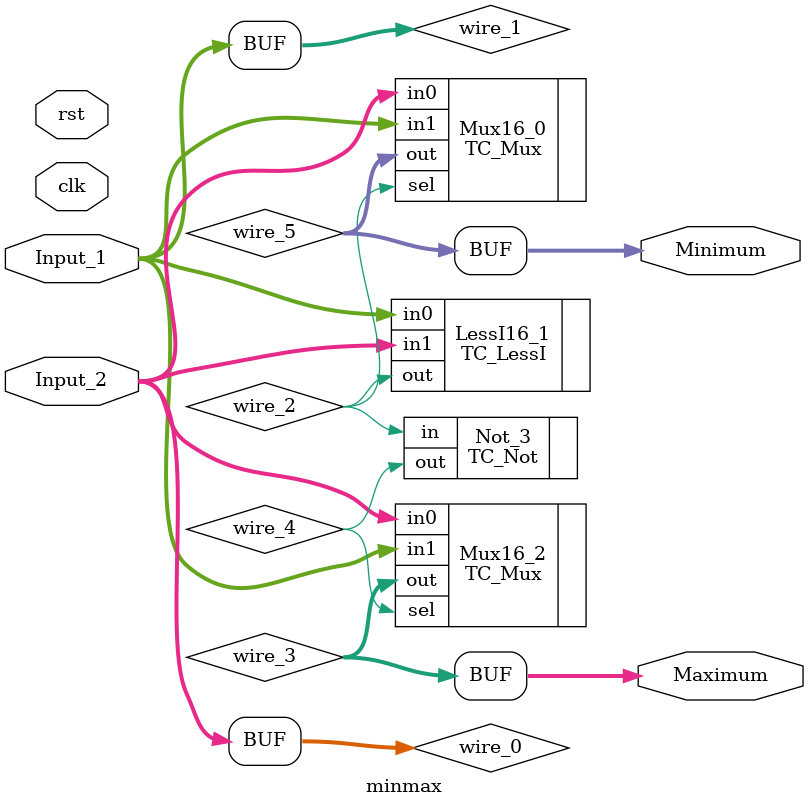
<source format=v>
module minmax (clk, rst, Input_1, Input_2, Minimum, Maximum);
  parameter UUID = 0;
  parameter NAME = "";
  input wire clk;
  input wire rst;

  input  wire [15:0] Input_1;
  input  wire [15:0] Input_2;
  output  wire [15:0] Minimum;
  output  wire [15:0] Maximum;

  TC_Mux # (.UUID(64'd2469713993924360560 ^ UUID), .BIT_WIDTH(64'd16)) Mux16_0 (.sel(wire_2), .in0(wire_0), .in1(wire_1), .out(wire_5));
  TC_LessI # (.UUID(64'd3464757118785046839 ^ UUID), .BIT_WIDTH(64'd16)) LessI16_1 (.in0(wire_1), .in1(wire_0), .out(wire_2));
  TC_Mux # (.UUID(64'd506182523157066850 ^ UUID), .BIT_WIDTH(64'd16)) Mux16_2 (.sel(wire_4), .in0(wire_0), .in1(wire_1), .out(wire_3));
  TC_Not # (.UUID(64'd4161695322833104336 ^ UUID), .BIT_WIDTH(64'd1)) Not_3 (.in(wire_2), .out(wire_4));
  TC_Constant # (.UUID(64'd2146536127101255326 ^ UUID), .BIT_WIDTH(64'd1), .value(1'd0)) Off_4 (.out());

  wire [15:0] wire_0;
  assign wire_0 = Input_2;
  wire [15:0] wire_1;
  assign wire_1 = Input_1;
  wire [0:0] wire_2;
  wire [15:0] wire_3;
  assign Maximum = wire_3;
  wire [0:0] wire_4;
  wire [15:0] wire_5;
  assign Minimum = wire_5;

endmodule

</source>
